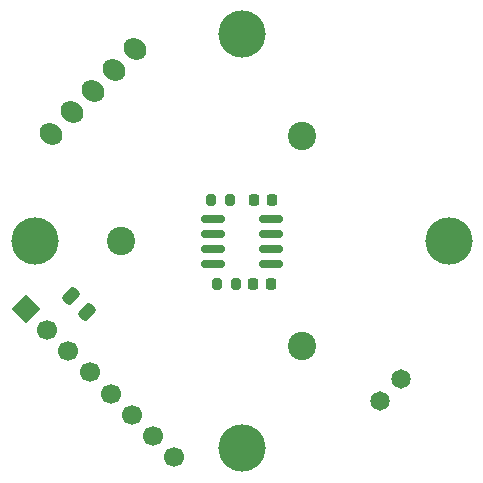
<source format=gts>
%TF.GenerationSoftware,KiCad,Pcbnew,(6.0.8)*%
%TF.CreationDate,2022-10-29T05:30:09+02:00*%
%TF.ProjectId,view_base,76696577-5f62-4617-9365-2e6b69636164,rev?*%
%TF.SameCoordinates,Original*%
%TF.FileFunction,Soldermask,Top*%
%TF.FilePolarity,Negative*%
%FSLAX46Y46*%
G04 Gerber Fmt 4.6, Leading zero omitted, Abs format (unit mm)*
G04 Created by KiCad (PCBNEW (6.0.8)) date 2022-10-29 05:30:09*
%MOMM*%
%LPD*%
G01*
G04 APERTURE LIST*
G04 Aperture macros list*
%AMRoundRect*
0 Rectangle with rounded corners*
0 $1 Rounding radius*
0 $2 $3 $4 $5 $6 $7 $8 $9 X,Y pos of 4 corners*
0 Add a 4 corners polygon primitive as box body*
4,1,4,$2,$3,$4,$5,$6,$7,$8,$9,$2,$3,0*
0 Add four circle primitives for the rounded corners*
1,1,$1+$1,$2,$3*
1,1,$1+$1,$4,$5*
1,1,$1+$1,$6,$7*
1,1,$1+$1,$8,$9*
0 Add four rect primitives between the rounded corners*
20,1,$1+$1,$2,$3,$4,$5,0*
20,1,$1+$1,$4,$5,$6,$7,0*
20,1,$1+$1,$6,$7,$8,$9,0*
20,1,$1+$1,$8,$9,$2,$3,0*%
%AMHorizOval*
0 Thick line with rounded ends*
0 $1 width*
0 $2 $3 position (X,Y) of the first rounded end (center of the circle)*
0 $4 $5 position (X,Y) of the second rounded end (center of the circle)*
0 Add line between two ends*
20,1,$1,$2,$3,$4,$5,0*
0 Add two circle primitives to create the rounded ends*
1,1,$1,$2,$3*
1,1,$1,$4,$5*%
%AMRotRect*
0 Rectangle, with rotation*
0 The origin of the aperture is its center*
0 $1 length*
0 $2 width*
0 $3 Rotation angle, in degrees counterclockwise*
0 Add horizontal line*
21,1,$1,$2,0,0,$3*%
G04 Aperture macros list end*
%ADD10C,2.400000*%
%ADD11C,4.000000*%
%ADD12RoundRect,0.200000X0.200000X0.275000X-0.200000X0.275000X-0.200000X-0.275000X0.200000X-0.275000X0*%
%ADD13RoundRect,0.200000X-0.200000X-0.275000X0.200000X-0.275000X0.200000X0.275000X-0.200000X0.275000X0*%
%ADD14RoundRect,0.225000X-0.225000X-0.250000X0.225000X-0.250000X0.225000X0.250000X-0.225000X0.250000X0*%
%ADD15RoundRect,0.250000X0.512652X0.159099X0.159099X0.512652X-0.512652X-0.159099X-0.159099X-0.512652X0*%
%ADD16RoundRect,0.150000X0.825000X0.150000X-0.825000X0.150000X-0.825000X-0.150000X0.825000X-0.150000X0*%
%ADD17C,1.651000*%
%ADD18RotRect,1.700000X1.700000X225.000000*%
%ADD19HorizOval,1.700000X0.000000X0.000000X0.000000X0.000000X0*%
%ADD20HorizOval,1.727200X-0.107763X0.107763X0.107763X-0.107763X0*%
G04 APERTURE END LIST*
D10*
%TO.C,H3*%
X105125427Y-91122500D03*
%TD*%
%TO.C,H1*%
X105125427Y-108877499D03*
%TD*%
%TO.C,H2*%
X89749146Y-100000000D03*
%TD*%
D11*
%TO.C,H6*%
X117500000Y-100000000D03*
%TD*%
D12*
%TO.C,R19*%
X99525000Y-103600000D03*
X97875000Y-103600000D03*
%TD*%
D11*
%TO.C,H5*%
X100000000Y-117500000D03*
%TD*%
%TO.C,H7*%
X82500000Y-100000000D03*
%TD*%
D13*
%TO.C,R20*%
X97375000Y-96500000D03*
X99025000Y-96500000D03*
%TD*%
D11*
%TO.C,H4*%
X100000000Y-82500000D03*
%TD*%
D14*
%TO.C,C16*%
X100925000Y-103600000D03*
X102475000Y-103600000D03*
%TD*%
D15*
%TO.C,C3*%
X86871751Y-105971751D03*
X85528249Y-104628249D03*
%TD*%
D16*
%TO.C,U5*%
X102475000Y-101905000D03*
X102475000Y-100635000D03*
X102475000Y-99365000D03*
X102475000Y-98095000D03*
X97525000Y-98095000D03*
X97525000Y-99365000D03*
X97525000Y-100635000D03*
X97525000Y-101905000D03*
%TD*%
D14*
%TO.C,C15*%
X101025000Y-96500000D03*
X102575000Y-96500000D03*
%TD*%
D17*
%TO.C,J9*%
X113498026Y-111701974D03*
X111701974Y-113498026D03*
%TD*%
D18*
%TO.C,J5*%
X81724427Y-105724427D03*
D19*
X83520478Y-107520478D03*
X85316529Y-109316529D03*
X87112581Y-111112581D03*
X88908632Y-112908632D03*
X90704683Y-114704683D03*
X92500734Y-116500734D03*
X94296786Y-118296786D03*
%TD*%
D20*
%TO.C,J7*%
X90992102Y-83707898D03*
X89196051Y-85503949D03*
X87400000Y-87300000D03*
X85603949Y-89096051D03*
X83807898Y-90892102D03*
%TD*%
M02*

</source>
